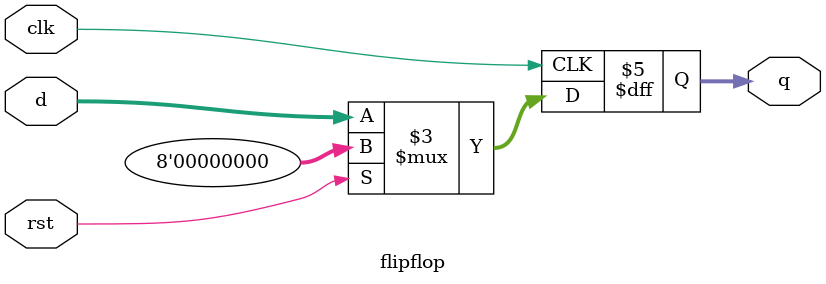
<source format=v>
`timescale 1ns / 1ps


module flipflop(
  input clk,rst,
  input [7:0]d,
  output reg[7:0]q
);
  //reg [7:0]q;
  always@(posedge clk)
    begin
      if(rst)
        q<=0;
      else
        q<=d;
    end
endmodule
    
  

</source>
